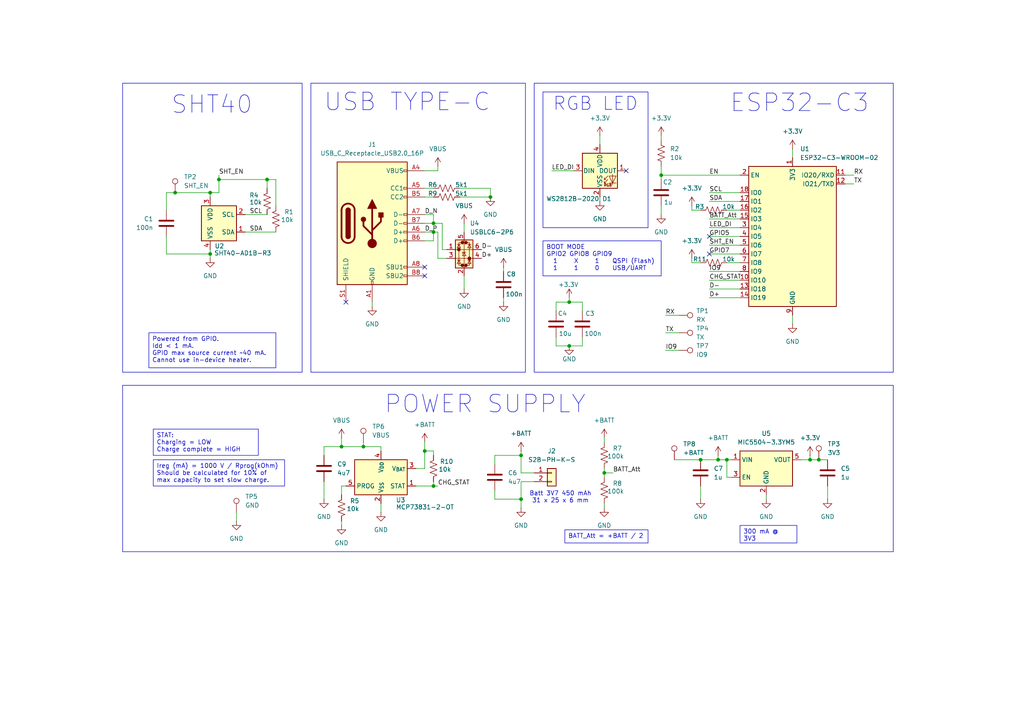
<source format=kicad_sch>
(kicad_sch (version 20231120) (generator "eeschema") (generator_version "8.0")
  (paper "A4")
  (lib_symbols
    (symbol "Battery_Management:MCP73831-2-OT"
      (property "Reference" "U" (at -7.62 6.35 0))
      (property "Value" "MCP73831-2-OT" (at 1.27 6.35 0))
      (symbol "MCP73831-2-OT_0_1"
        (rectangle (start -7.62 5.08) (end 7.62 -5.08) (stroke (width 0.254)) (fill (type background)))
      )
      (symbol "MCP73831-2-OT_1_1"
        (pin tri_state line (at 10.16 -2.54 180) (length 2.54) (name "STAT") (number "1"))
        (pin power_in line (at 0 -7.62 90) (length 2.54) (name "V_{SS}") (number "2"))
        (pin power_out line (at 10.16 2.54 180) (length 2.54) (name "V_{BAT}") (number "3"))
        (pin power_in line (at 0 7.62 270) (length 2.54) (name "V_{DD}") (number "4"))
        (pin input line (at -10.16 -2.54 0) (length 2.54) (name "PROG") (number "5"))
      )
    )
    (symbol "Connector:TestPoint" (pin_numbers hide) (pin_names (offset 0.762) hide)
      (property "Reference" "TP" (at 0 6.858 0))
      (property "Value" "TestPoint" (at 0 5.08 0))
      (symbol "TestPoint_0_1"
        (circle (center 0 3.302) (radius 0.762))
      )
      (symbol "TestPoint_1_1"
        (pin passive line (at 0 0 90) (length 2.54) (name "1") (number "1"))
      )
    )
    (symbol "Connector:USB_C_Receptacle_USB2.0_16P" (pin_names (offset 1.016))
      (property "Reference" "J" (at 0 22.225 0))
      (property "Value" "USB_C_Receptacle_USB2.0_16P" (at 0 19.685 0))
      (symbol "USB_C_Receptacle_USB2.0_16P_0_0"
        (rectangle (start -0.254 -17.78) (end 0.254 -16.764))
        (rectangle (start 10.16 -14.986) (end 9.144 -15.494))
        (rectangle (start 10.16 -12.446) (end 9.144 -12.954))
        (rectangle (start 10.16 -4.826) (end 9.144 -5.334))
        (rectangle (start 10.16 -2.286) (end 9.144 -2.794))
        (rectangle (start 10.16 0.254) (end 9.144 -0.254))
        (rectangle (start 10.16 2.794) (end 9.144 2.286))
        (rectangle (start 10.16 7.874) (end 9.144 7.366))
        (rectangle (start 10.16 10.414) (end 9.144 9.906))
        (rectangle (start 10.16 15.494) (end 9.144 14.986))
      )
      (symbol "USB_C_Receptacle_USB2.0_16P_0_1"
        (rectangle (start -10.16 17.78) (end 10.16 -17.78) (stroke (width 0.254)) (fill (type background)))
        (arc (start -8.89 -3.81) (mid -6.985 -5.7067) (end -5.08 -3.81) (stroke (width 0.508)))
        (arc (start -7.62 -3.81) (mid -6.985 -4.4423) (end -6.35 -3.81) (stroke (width 0.254)))
        (arc (start -7.62 -3.81) (mid -6.985 -4.4423) (end -6.35 -3.81) (stroke (width 0.254)) (fill (type outline)))
        (rectangle (start -7.62 -3.81) (end -6.35 3.81) (stroke (width 0.254)) (fill (type outline)))
        (arc (start -6.35 3.81) (mid -6.985 4.4423) (end -7.62 3.81) (stroke (width 0.254)))
        (arc (start -6.35 3.81) (mid -6.985 4.4423) (end -7.62 3.81) (stroke (width 0.254)) (fill (type outline)))
        (arc (start -5.08 3.81) (mid -6.985 5.7067) (end -8.89 3.81) (stroke (width 0.508)))
        (circle (center -2.54 1.143) (radius 0.635) (stroke (width 0.254)) (fill (type outline)))
        (circle (center 0 -5.842) (radius 1.27) (fill (type outline)))
        (polyline (pts (xy -8.89 -3.81) (xy -8.89 3.81)) (stroke (width 0.508)))
        (polyline (pts (xy -5.08 3.81) (xy -5.08 -3.81)) (stroke (width 0.508)))
        (polyline (pts (xy 0 -5.842) (xy 0 4.318)) (stroke (width 0.508)))
        (polyline (pts (xy 0 -3.302) (xy -2.54 -0.762) (xy -2.54 0.508)) (stroke (width 0.508)))
        (polyline (pts (xy 0 -2.032) (xy 2.54 0.508) (xy 2.54 1.778)) (stroke (width 0.508)))
        (polyline (pts (xy -1.27 4.318) (xy 0 6.858) (xy 1.27 4.318) (xy -1.27 4.318)) (stroke (width 0.254)) (fill (type outline)))
        (rectangle (start 1.905 1.778) (end 3.175 3.048) (stroke (width 0.254)) (fill (type outline)))
      )
      (symbol "USB_C_Receptacle_USB2.0_16P_1_1"
        (pin passive line (at 0 -22.86 90) (length 5.08) (name "GND") (number "A1"))
        (pin passive line (at 0 -22.86 90) (length 5.08) hide (name "GND") (number "A12"))
        (pin passive line (at 15.24 15.24 180) (length 5.08) (name "VBUS") (number "A4"))
        (pin bidirectional line (at 15.24 10.16 180) (length 5.08) (name "CC1") (number "A5"))
        (pin bidirectional line (at 15.24 -2.54 180) (length 5.08) (name "D+") (number "A6"))
        (pin bidirectional line (at 15.24 2.54 180) (length 5.08) (name "D-") (number "A7"))
        (pin bidirectional line (at 15.24 -12.7 180) (length 5.08) (name "SBU1") (number "A8"))
        (pin passive line (at 15.24 15.24 180) (length 5.08) hide (name "VBUS") (number "A9"))
        (pin passive line (at 0 -22.86 90) (length 5.08) hide (name "GND") (number "B1"))
        (pin passive line (at 0 -22.86 90) (length 5.08) hide (name "GND") (number "B12"))
        (pin passive line (at 15.24 15.24 180) (length 5.08) hide (name "VBUS") (number "B4"))
        (pin bidirectional line (at 15.24 7.62 180) (length 5.08) (name "CC2") (number "B5"))
        (pin bidirectional line (at 15.24 -5.08 180) (length 5.08) (name "D+") (number "B6"))
        (pin bidirectional line (at 15.24 0 180) (length 5.08) (name "D-") (number "B7"))
        (pin bidirectional line (at 15.24 -15.24 180) (length 5.08) (name "SBU2") (number "B8"))
        (pin passive line (at 15.24 15.24 180) (length 5.08) hide (name "VBUS") (number "B9"))
        (pin passive line (at -7.62 -22.86 90) (length 5.08) (name "SHIELD") (number "S1"))
      )
    )
    (symbol "Connector_Generic:Conn_01x02" (pin_names (offset 1.016) hide)
      (property "Reference" "J" (at 0 2.54 0))
      (property "Value" "Conn_01x02" (at 0 -5.08 0))
      (symbol "Conn_01x02_1_1"
        (rectangle (start -1.27 -2.413) (end 0 -2.667) (stroke (width 0.1524)))
        (rectangle (start -1.27 0.127) (end 0 -0.127) (stroke (width 0.1524)))
        (rectangle (start -1.27 1.27) (end 1.27 -3.81) (stroke (width 0.254)) (fill (type background)))
        (pin passive line (at -5.08 0 0) (length 3.81) (name "Pin_1") (number "1"))
        (pin passive line (at -5.08 -2.54 0) (length 3.81) (name "Pin_2") (number "2"))
      )
    )
    (symbol "Device:C" (pin_numbers hide) (pin_names (offset 0.254))
      (property "Reference" "C" (at 0.635 2.54 0))
      (property "Value" "C" (at 0.635 -2.54 0))
      (symbol "C_0_1"
        (polyline (pts (xy -2.032 -0.762) (xy 2.032 -0.762)) (stroke (width 0.508)))
        (polyline (pts (xy -2.032 0.762) (xy 2.032 0.762)) (stroke (width 0.508)))
      )
      (symbol "C_1_1"
        (pin passive line (at 0 3.81 270) (length 2.794) (name "~") (number "1"))
        (pin passive line (at 0 -3.81 90) (length 2.794) (name "~") (number "2"))
      )
    )
    (symbol "Device:R_US" (pin_numbers hide) (pin_names (offset 0))
      (property "Reference" "R" (at 2.54 0 90))
      (property "Value" "R_US" (at -2.54 0 90))
      (symbol "R_US_0_1"
        (polyline (pts (xy 0 -2.286) (xy 0 -2.54)))
        (polyline (pts (xy 0 2.286) (xy 0 2.54)))
        (polyline (pts (xy 0 -0.762) (xy 1.016 -1.143) (xy 0 -1.524) (xy -1.016 -1.905) (xy 0 -2.286)))
        (polyline (pts (xy 0 0.762) (xy 1.016 0.381) (xy 0 0) (xy -1.016 -0.381) (xy 0 -0.762)))
        (polyline (pts (xy 0 2.286) (xy 1.016 1.905) (xy 0 1.524) (xy -1.016 1.143) (xy 0 0.762)))
      )
      (symbol "R_US_1_1"
        (pin passive line (at 0 3.81 270) (length 1.27) (name "~") (number "1"))
        (pin passive line (at 0 -3.81 90) (length 1.27) (name "~") (number "2"))
      )
    )
    (symbol "LED:WS2812B-2020" (pin_names (offset 0.254))
      (property "Reference" "D" (at 5.08 5.715 0))
      (property "Value" "WS2812B-2020" (at 1.27 -5.715 0))
      (symbol "WS2812B-2020_0_0"
        (text "RGB" (at 2.286 -4.191 0) (effects (font (size 0.762 0.762))))
      )
      (symbol "WS2812B-2020_0_1"
        (polyline (pts (xy 1.27 -3.556) (xy 1.778 -3.556)))
        (polyline (pts (xy 1.27 -2.54) (xy 1.778 -2.54)))
        (polyline (pts (xy 4.699 -3.556) (xy 2.667 -3.556)))
        (polyline (pts (xy 2.286 -2.54) (xy 1.27 -3.556) (xy 1.27 -3.048)))
        (polyline (pts (xy 2.286 -1.524) (xy 1.27 -2.54) (xy 1.27 -2.032)))
        (polyline (pts (xy 3.683 -1.016) (xy 3.683 -3.556) (xy 3.683 -4.064)))
        (polyline (pts (xy 4.699 -1.524) (xy 2.667 -1.524) (xy 3.683 -3.556) (xy 4.699 -1.524)))
        (rectangle (start 5.08 5.08) (end -5.08 -5.08) (stroke (width 0.254)) (fill (type background)))
      )
      (symbol "WS2812B-2020_1_1"
        (pin output line (at 7.62 0 180) (length 2.54) (name "DOUT") (number "1"))
        (pin power_in line (at 0 -7.62 90) (length 2.54) (name "VSS") (number "2"))
        (pin input line (at -7.62 0 0) (length 2.54) (name "DIN") (number "3"))
        (pin power_in line (at 0 7.62 270) (length 2.54) (name "VDD") (number "4"))
      )
    )
    (symbol "Power_Protection:USBLC6-2P6" (pin_names hide)
      (property "Reference" "U" (at 0.635 5.715 0))
      (property "Value" "USBLC6-2P6" (at 0.635 3.81 0))
      (symbol "USBLC6-2P6_0_0"
        (circle (center -1.524 0) (radius 0.0001) (stroke (width 0.508)))
        (circle (center -0.508 -4.572) (radius 0.0001) (stroke (width 0.508)))
        (circle (center -0.508 2.032) (radius 0.0001) (stroke (width 0.508)))
        (circle (center 0.508 -4.572) (radius 0.0001) (stroke (width 0.508)))
        (circle (center 0.508 2.032) (radius 0.0001) (stroke (width 0.508)))
        (circle (center 1.524 -2.54) (radius 0.0001) (stroke (width 0.508)))
      )
      (symbol "USBLC6-2P6_0_1"
        (polyline (pts (xy -2.54 -2.54) (xy 2.54 -2.54)))
        (polyline (pts (xy -2.54 0) (xy 2.54 0)))
        (polyline (pts (xy -2.032 -3.048) (xy -1.016 -3.048)))
        (polyline (pts (xy -1.016 1.524) (xy -2.032 1.524)))
        (polyline (pts (xy 1.016 -3.048) (xy 2.032 -3.048)))
        (polyline (pts (xy 1.016 1.524) (xy 2.032 1.524)))
        (polyline (pts (xy -0.508 -1.143) (xy -0.508 -0.762) (xy 0.508 -0.762)))
        (polyline (pts (xy -2.032 0.508) (xy -1.016 0.508) (xy -1.524 1.524) (xy -2.032 0.508)))
        (polyline (pts (xy -1.016 -4.064) (xy -2.032 -4.064) (xy -1.524 -3.048) (xy -1.016 -4.064)))
        (polyline (pts (xy 0.508 -1.778) (xy -0.508 -1.778) (xy 0 -0.762) (xy 0.508 -1.778)))
        (polyline (pts (xy 2.032 -4.064) (xy 1.016 -4.064) (xy 1.524 -3.048) (xy 2.032 -4.064)))
        (polyline (pts (xy 2.032 0.508) (xy 1.016 0.508) (xy 1.524 1.524) (xy 2.032 0.508)))
        (polyline (pts (xy 0 2.54) (xy -0.508 2.032) (xy 0.508 2.032) (xy 0 1.524) (xy 0 -4.064) (xy -0.508 -4.572) (xy 0.508 -4.572) (xy 0 -5.08)))
      )
      (symbol "USBLC6-2P6_1_1"
        (rectangle (start -2.54 2.794) (end 2.54 -5.334) (stroke (width 0.254)) (fill (type background)))
        (polyline (pts (xy -0.508 2.032) (xy -1.524 2.032) (xy -1.524 -4.572) (xy -0.508 -4.572)))
        (polyline (pts (xy 0.508 -4.572) (xy 1.524 -4.572) (xy 1.524 2.032) (xy 0.508 2.032)))
        (pin passive line (at -5.08 0 0) (length 2.54) (name "I/O1") (number "1"))
        (pin passive line (at 0 -7.62 90) (length 2.54) (name "GND") (number "2"))
        (pin passive line (at -5.08 -2.54 0) (length 2.54) (name "I/O2") (number "3"))
        (pin passive line (at 5.08 -2.54 180) (length 2.54) (name "I/O2") (number "4"))
        (pin passive line (at 0 5.08 270) (length 2.54) (name "VBUS") (number "5"))
        (pin passive line (at 5.08 0 180) (length 2.54) (name "I/O1") (number "6"))
      )
    )
    (symbol "RF_Module:ESP32-C3-WROOM-02"
      (property "Reference" "U" (at -12.192 21.336 0))
      (property "Value" "ESP32-C3-WROOM-02" (at 12.192 21.336 0))
      (symbol "ESP32-C3-WROOM-02_1_1"
        (rectangle (start -12.7 20.32) (end 12.7 -20.32) (stroke (width 0.254)) (fill (type background)))
        (pin power_in line (at 0 22.86 270) (length 2.54) (name "3V3") (number "1"))
        (pin bidirectional line (at -15.24 -12.7 0) (length 2.54) (name "IO10") (number "10"))
        (pin bidirectional line (at 15.24 17.78 180) (length 2.54) (name "IO20/RXD") (number "11"))
        (pin bidirectional line (at 15.24 15.24 180) (length 2.54) (name "IO21/TXD") (number "12"))
        (pin bidirectional line (at -15.24 -15.24 0) (length 2.54) (name "IO18") (number "13"))
        (pin bidirectional line (at -15.24 -17.78 0) (length 2.54) (name "IO19") (number "14"))
        (pin bidirectional line (at -15.24 5.08 0) (length 2.54) (name "IO3") (number "15"))
        (pin bidirectional line (at -15.24 7.62 0) (length 2.54) (name "IO2") (number "16"))
        (pin bidirectional line (at -15.24 10.16 0) (length 2.54) (name "IO1") (number "17"))
        (pin bidirectional line (at -15.24 12.7 0) (length 2.54) (name "IO0") (number "18"))
        (pin passive line (at 0 -22.86 90) (length 2.54) hide (name "GND") (number "19"))
        (pin input line (at -15.24 17.78 0) (length 2.54) (name "EN") (number "2"))
        (pin bidirectional line (at -15.24 2.54 0) (length 2.54) (name "IO4") (number "3"))
        (pin bidirectional line (at -15.24 0 0) (length 2.54) (name "IO5") (number "4"))
        (pin bidirectional line (at -15.24 -2.54 0) (length 2.54) (name "IO6") (number "5"))
        (pin bidirectional line (at -15.24 -5.08 0) (length 2.54) (name "IO7") (number "6"))
        (pin bidirectional line (at -15.24 -7.62 0) (length 2.54) (name "IO8") (number "7"))
        (pin bidirectional line (at -15.24 -10.16 0) (length 2.54) (name "IO9") (number "8"))
        (pin power_in line (at 0 -22.86 90) (length 2.54) (name "GND") (number "9"))
      )
    )
    (symbol "Regulator_Linear:MIC5504-3.3YM5"
      (property "Reference" "U" (at -7.62 8.89 0))
      (property "Value" "MIC5504-3.3YM5" (at -7.62 6.35 0))
      (symbol "MIC5504-3.3YM5_0_1"
        (rectangle (start -7.62 -5.08) (end 7.62 5.08) (stroke (width 0.254)) (fill (type background)))
      )
      (symbol "MIC5504-3.3YM5_1_1"
        (pin power_in line (at -10.16 2.54 0) (length 2.54) (name "VIN") (number "1"))
        (pin power_in line (at 0 -7.62 90) (length 2.54) (name "GND") (number "2"))
        (pin input line (at -10.16 -2.54 0) (length 2.54) (name "EN") (number "3"))
        (pin no_connect line (at 7.62 -2.54 180) (length 2.54) hide (name "NC") (number "4"))
        (pin power_out line (at 10.16 2.54 180) (length 2.54) (name "VOUT") (number "5"))
      )
    )
    (symbol "Sensor_Humidity:SHT4x"
      (property "Reference" "U" (at 0 8.89 0))
      (property "Value" "SHT4x" (at 0 6.35 0))
      (symbol "SHT4x_1_1"
        (rectangle (start -5.08 5.08) (end 5.08 -5.08) (stroke (width 0.254)) (fill (type background)))
        (pin bidirectional line (at -7.62 -2.54 0) (length 2.54) (name "SDA") (number "1"))
        (pin input line (at -7.62 2.54 0) (length 2.54) (name "SCL") (number "2"))
        (pin power_in line (at 2.54 7.62 270) (length 2.54) (name "VDD") (number "3"))
        (pin power_in line (at 2.54 -7.62 90) (length 2.54) (name "VSS") (number "4"))
      )
    )
    (symbol "power:+3.3V" (power) (pin_numbers hide) (pin_names (offset 0) hide)
      (property "Value" "+3.3V" (at 0 3.556 0))
      (symbol "+3.3V_0_1"
        (polyline (pts (xy -0.762 1.27) (xy 0 2.54)))
        (polyline (pts (xy 0 0) (xy 0 2.54)))
        (polyline (pts (xy 0 2.54) (xy 0.762 1.27)))
      )
      (symbol "+3.3V_1_1"
        (pin power_in line (at 0 0 90) (length 0) (name "~") (number "1"))
      )
    )
    (symbol "power:+BATT" (power) (pin_numbers hide) (pin_names (offset 0) hide)
      (property "Value" "+BATT" (at 0 3.556 0))
      (symbol "+BATT_0_1"
        (polyline (pts (xy -0.762 1.27) (xy 0 2.54)))
        (polyline (pts (xy 0 0) (xy 0 2.54)))
        (polyline (pts (xy 0 2.54) (xy 0.762 1.27)))
      )
      (symbol "+BATT_1_1"
        (pin power_in line (at 0 0 90) (length 0) (name "~") (number "1"))
      )
    )
    (symbol "power:GND" (power) (pin_numbers hide) (pin_names (offset 0) hide)
      (property "Value" "GND" (at 0 -3.81 0))
      (symbol "GND_0_1"
        (polyline (pts (xy 0 0) (xy 0 -1.27) (xy 1.27 -1.27) (xy 0 -2.54) (xy -1.27 -1.27) (xy 0 -1.27)))
      )
      (symbol "GND_1_1"
        (pin power_in line (at 0 0 270) (length 0) (name "~") (number "1"))
      )
    )
    (symbol "power:VBUS" (power) (pin_numbers hide) (pin_names (offset 0) hide)
      (property "Value" "VBUS" (at 0 3.556 0))
      (symbol "VBUS_0_1"
        (polyline (pts (xy -0.762 1.27) (xy 0 2.54)))
        (polyline (pts (xy 0 0) (xy 0 2.54)))
        (polyline (pts (xy 0 2.54) (xy 0.762 1.27)))
      )
      (symbol "VBUS_1_1"
        (pin power_in line (at 0 0 90) (length 0) (name "~") (number "1"))
      )
    )
  )
  (junction (at 208.28 133.35))
  (junction (at 60.96 55.88))
  (junction (at 191.77 50.8))
  (junction (at 151.13 132.08))
  (junction (at 123.19 130.81))
  (junction (at 203.2 133.35))
  (junction (at 99.06 129.54))
  (junction (at 125.73 140.97))
  (junction (at 60.96 73.66))
  (junction (at 165.1 87.63))
  (junction (at 63.5 52.07))
  (junction (at 125.73 64.77))
  (junction (at 151.13 144.78))
  (junction (at 105.41 129.54))
  (junction (at 234.95 133.35))
  (junction (at 237.49 133.35))
  (junction (at 142.24 57.15))
  (junction (at 165.1 100.33))
  (junction (at 77.47 52.07))
  (junction (at 50.8 55.88))
  (junction (at 125.73 67.31))
  (junction (at 175.26 137.16))
  (junction (at 210.82 133.35))
  (no_connect (at 123.19 77.47))
  (no_connect (at 100.33 87.63))
  (no_connect (at 123.19 80.01))
  (no_connect (at 181.61 49.53))
  (no_connect (at 205.74 68.58))
  (no_connect (at 205.74 73.66))
  (wire (pts (xy 191.77 39.37) (xy 191.77 40.64)))
  (wire (pts (xy 123.19 64.77) (xy 125.73 64.77)))
  (wire (pts (xy 80.01 52.07) (xy 77.47 52.07)))
  (wire (pts (xy 99.06 129.54) (xy 105.41 129.54)))
  (wire (pts (xy 175.26 137.16) (xy 175.26 138.43)))
  (wire (pts (xy 134.62 83.82) (xy 134.62 80.01)))
  (wire (pts (xy 205.74 73.66) (xy 214.63 73.66)))
  (wire (pts (xy 105.41 129.54) (xy 110.49 129.54)))
  (wire (pts (xy 173.99 39.37) (xy 173.99 41.91)))
  (wire (pts (xy 110.49 129.54) (xy 110.49 130.81)))
  (wire (pts (xy 193.04 96.52) (xy 196.85 96.52)))
  (wire (pts (xy 99.06 129.54) (xy 93.98 129.54)))
  (wire (pts (xy 146.05 87.63) (xy 146.05 86.36)))
  (wire (pts (xy 63.5 55.88) (xy 60.96 55.88)))
  (wire (pts (xy 123.19 67.31) (xy 125.73 67.31)))
  (wire (pts (xy 212.09 133.35) (xy 210.82 133.35)))
  (wire (pts (xy 165.1 87.63) (xy 168.91 87.63)))
  (wire (pts (xy 63.5 50.8) (xy 63.5 52.07)))
  (wire (pts (xy 133.35 57.15) (xy 142.24 57.15)))
  (wire (pts (xy 146.05 77.47) (xy 146.05 78.74)))
  (wire (pts (xy 210.82 133.35) (xy 208.28 133.35)))
  (wire (pts (xy 208.28 133.35) (xy 203.2 133.35)))
  (wire (pts (xy 99.06 152.4) (xy 99.06 151.13)))
  (wire (pts (xy 125.73 54.61) (xy 123.19 54.61)))
  (wire (pts (xy 205.74 86.36) (xy 214.63 86.36)))
  (wire (pts (xy 125.73 57.15) (xy 123.19 57.15)))
  (wire (pts (xy 222.25 144.78) (xy 222.25 143.51)))
  (wire (pts (xy 205.74 66.04) (xy 214.63 66.04)))
  (wire (pts (xy 237.49 133.35) (xy 240.03 133.35)))
  (wire (pts (xy 191.77 48.26) (xy 191.77 50.8)))
  (wire (pts (xy 63.5 52.07) (xy 77.47 52.07)))
  (wire (pts (xy 175.26 137.16) (xy 177.8 137.16)))
  (wire (pts (xy 210.82 138.43) (xy 210.82 133.35)))
  (wire (pts (xy 151.13 144.78) (xy 151.13 139.7)))
  (wire (pts (xy 165.1 100.33) (xy 168.91 100.33)))
  (wire (pts (xy 200.66 59.69) (xy 200.66 60.96)))
  (wire (pts (xy 60.96 73.66) (xy 60.96 72.39)))
  (wire (pts (xy 48.26 60.96) (xy 48.26 55.88)))
  (wire (pts (xy 203.2 144.78) (xy 203.2 140.97)))
  (wire (pts (xy 229.87 43.18) (xy 229.87 45.72)))
  (wire (pts (xy 191.77 62.23) (xy 191.77 59.69)))
  (wire (pts (xy 247.65 53.34) (xy 245.11 53.34)))
  (wire (pts (xy 200.66 60.96) (xy 203.2 60.96)))
  (wire (pts (xy 205.74 78.74) (xy 214.63 78.74)))
  (wire (pts (xy 143.51 144.78) (xy 151.13 144.78)))
  (wire (pts (xy 175.26 135.89) (xy 175.26 137.16)))
  (wire (pts (xy 68.58 148.59) (xy 68.58 151.13)))
  (wire (pts (xy 127 49.53) (xy 123.19 49.53)))
  (wire (pts (xy 133.35 54.61) (xy 142.24 54.61)))
  (wire (pts (xy 123.19 69.85) (xy 125.73 69.85)))
  (wire (pts (xy 125.73 132.08) (xy 125.73 130.81)))
  (wire (pts (xy 168.91 87.63) (xy 168.91 90.17)))
  (wire (pts (xy 125.73 62.23) (xy 123.19 62.23)))
  (wire (pts (xy 125.73 140.97) (xy 127 140.97)))
  (wire (pts (xy 205.74 55.88) (xy 214.63 55.88)))
  (wire (pts (xy 125.73 140.97) (xy 125.73 139.7)))
  (wire (pts (xy 60.96 73.66) (xy 48.26 73.66)))
  (wire (pts (xy 143.51 132.08) (xy 151.13 132.08)))
  (wire (pts (xy 229.87 93.98) (xy 229.87 91.44)))
  (wire (pts (xy 175.26 146.05) (xy 175.26 147.32)))
  (wire (pts (xy 205.74 63.5) (xy 214.63 63.5)))
  (wire (pts (xy 143.51 142.24) (xy 143.51 144.78)))
  (wire (pts (xy 208.28 132.08) (xy 208.28 133.35)))
  (wire (pts (xy 60.96 74.93) (xy 60.96 73.66)))
  (wire (pts (xy 210.82 76.2) (xy 214.63 76.2)))
  (wire (pts (xy 99.06 127) (xy 99.06 129.54)))
  (wire (pts (xy 205.74 68.58) (xy 214.63 68.58)))
  (wire (pts (xy 210.82 60.96) (xy 214.63 60.96)))
  (wire (pts (xy 48.26 73.66) (xy 48.26 68.58)))
  (wire (pts (xy 60.96 55.88) (xy 60.96 57.15)))
  (wire (pts (xy 193.04 101.6) (xy 196.85 101.6)))
  (wire (pts (xy 212.09 138.43) (xy 210.82 138.43)))
  (wire (pts (xy 232.41 133.35) (xy 234.95 133.35)))
  (wire (pts (xy 195.58 133.35) (xy 203.2 133.35)))
  (wire (pts (xy 110.49 148.59) (xy 110.49 146.05)))
  (wire (pts (xy 129.54 72.39) (xy 128.27 72.39)))
  (wire (pts (xy 71.12 67.31) (xy 80.01 67.31)))
  (wire (pts (xy 193.04 91.44) (xy 196.85 91.44)))
  (wire (pts (xy 205.74 81.28) (xy 214.63 81.28)))
  (wire (pts (xy 93.98 139.7) (xy 93.98 144.78)))
  (wire (pts (xy 151.13 130.81) (xy 151.13 132.08)))
  (wire (pts (xy 63.5 52.07) (xy 63.5 55.88)))
  (wire (pts (xy 165.1 100.33) (xy 161.29 100.33)))
  (wire (pts (xy 205.74 83.82) (xy 214.63 83.82)))
  (wire (pts (xy 99.06 140.97) (xy 99.06 143.51)))
  (wire (pts (xy 123.19 135.89) (xy 120.65 135.89)))
  (wire (pts (xy 143.51 134.62) (xy 143.51 132.08)))
  (wire (pts (xy 234.95 132.08) (xy 234.95 133.35)))
  (wire (pts (xy 71.12 62.23) (xy 77.47 62.23)))
  (wire (pts (xy 107.95 88.9) (xy 107.95 87.63)))
  (wire (pts (xy 205.74 58.42) (xy 214.63 58.42)))
  (wire (pts (xy 160.02 49.53) (xy 166.37 49.53)))
  (wire (pts (xy 161.29 87.63) (xy 165.1 87.63)))
  (wire (pts (xy 120.65 140.97) (xy 125.73 140.97)))
  (wire (pts (xy 151.13 139.7) (xy 154.94 139.7)))
  (wire (pts (xy 125.73 62.23) (xy 125.73 64.77)))
  (wire (pts (xy 125.73 67.31) (xy 125.73 69.85)))
  (wire (pts (xy 200.66 76.2) (xy 203.2 76.2)))
  (wire (pts (xy 173.99 58.42) (xy 173.99 57.15)))
  (wire (pts (xy 125.73 130.81) (xy 123.19 130.81)))
  (wire (pts (xy 77.47 52.07) (xy 77.47 54.61)))
  (wire (pts (xy 161.29 90.17) (xy 161.29 87.63)))
  (wire (pts (xy 142.24 54.61) (xy 142.24 57.15)))
  (wire (pts (xy 123.19 128.27) (xy 123.19 130.81)))
  (wire (pts (xy 234.95 133.35) (xy 237.49 133.35)))
  (wire (pts (xy 191.77 50.8) (xy 191.77 52.07)))
  (wire (pts (xy 151.13 137.16) (xy 154.94 137.16)))
  (wire (pts (xy 191.77 50.8) (xy 214.63 50.8)))
  (wire (pts (xy 151.13 147.32) (xy 151.13 144.78)))
  (wire (pts (xy 50.8 55.88) (xy 60.96 55.88)))
  (wire (pts (xy 151.13 132.08) (xy 151.13 137.16)))
  (wire (pts (xy 129.54 74.93) (xy 127 74.93)))
  (wire (pts (xy 168.91 100.33) (xy 168.91 97.79)))
  (wire (pts (xy 247.65 50.8) (xy 245.11 50.8)))
  (wire (pts (xy 127 67.31) (xy 125.73 67.31)))
  (wire (pts (xy 205.74 71.12) (xy 214.63 71.12)))
  (wire (pts (xy 161.29 100.33) (xy 161.29 97.79)))
  (wire (pts (xy 127 74.93) (xy 127 67.31)))
  (wire (pts (xy 93.98 129.54) (xy 93.98 132.08)))
  (wire (pts (xy 105.41 128.27) (xy 105.41 129.54)))
  (wire (pts (xy 80.01 59.69) (xy 80.01 52.07)))
  (wire (pts (xy 128.27 72.39) (xy 128.27 64.77)))
  (wire (pts (xy 240.03 144.78) (xy 240.03 140.97)))
  (wire (pts (xy 165.1 87.63) (xy 165.1 86.36)))
  (wire (pts (xy 100.33 140.97) (xy 99.06 140.97)))
  (wire (pts (xy 48.26 55.88) (xy 50.8 55.88)))
  (wire (pts (xy 134.62 64.77) (xy 134.62 67.31)))
  (wire (pts (xy 200.66 74.93) (xy 200.66 76.2)))
  (wire (pts (xy 128.27 64.77) (xy 125.73 64.77)))
  (wire (pts (xy 127 48.26) (xy 127 49.53)))
  (wire (pts (xy 175.26 128.27) (xy 175.26 127)))
  (wire (pts (xy 123.19 130.81) (xy 123.19 135.89)))
  (rectangle (start 35.56 24.13) (end 87.63 107.95))
  (rectangle (start 35.56 111.76) (end 259.08 160.02))
  (rectangle (start 154.94 24.13) (end 259.08 107.95))
  (rectangle (start 90.17 24.13) (end 152.4 107.95))
  (rectangle (start 157.48 26.67) (end 187.96 66.04))
  (text_box "Powered from GPIO.\nIdd < 1 mA.\nGPIO max source current ~40 mA.\nCannot use in-device heater." (at 43.18 96.52 0) (size 36.83 10.16) (effects (font (size 1.27 1.27)) (justify left top)))
  (text_box "Ireg (mA) = 1000 V / Rprog(kOhm)\nShould be calculated for 10% of max capacity to set slow charge." (at 44.45 133.35 0) (size 38.1 7.62) (effects (font (size 1.27 1.27)) (justify left top)))
  (text_box "300 mA @ 3V3" (at 214.63 152.4 0) (size 16.51 5.08) (effects (font (size 1.27 1.27)) (justify left top)))
  (text_box "BOOT MODE\nGPIO2 GPIO8 GPIO9\n  1     X     1    QSPI (Flash)\n  1     1     0    USB/UART" (at 157.48 69.85 0) (size 34.29 10.16) (effects (font (size 1.27 1.27)) (justify left top)))
  (text_box "STAT: \nCharging = LOW\nCharge complete = HIGH" (at 44.45 124.46 0) (size 30.48 7.62) (effects (font (size 1.27 1.27)) (justify left top)))
  (text_box "BATT_Att = +BATT / 2" (at 163.83 153.67 0) (size 24.13 3.81) (effects (font (size 1.27 1.27)) (justify left top)))
  (text "SHT40" (at 61.468 30.48 0) (effects (font (size 5.08 5.08))))
  (text "${TITLE}" (at 189.484 190.5 0) (effects (font (size 1.27 1.27))))
  (text "POWER SUPPLY" (at 140.716 117.348 0) (effects (font (size 5.08 5.08))))
  (text "Batt 3V7 450 mAh\n31 x 25 x 6 mm" (at 162.56 144.272 0) (effects (font (size 1.27 1.27))))
  (text "ESP32-C3" (at 231.902 29.972 0) (effects (font (size 5.08 5.08))))
  (text "RGB LED" (at 172.72 30.226 0) (effects (font (size 3.81 3.81))))
  (text "USB TYPE-C" (at 118.11 29.718 0) (effects (font (size 5.08 5.08))))
  (label "CHG_STAT" (at 127 140.97 0))
  (label "SDA" (at 205.74 58.42 0))
  (label "BATT_Att" (at 205.74 63.5 0))
  (label "SDA" (at 72.39 67.31 0))
  (label "D-" (at 139.7 72.39 0))
  (label "SHT_EN" (at 205.74 71.12 0))
  (label "TX" (at 247.65 53.34 0))
  (label "RX" (at 193.04 91.44 0))
  (label "LED_DI" (at 160.02 49.53 0))
  (label "D_P" (at 123.19 67.31 0))
  (label "D+" (at 139.7 74.93 0))
  (label "RX" (at 247.65 50.8 0))
  (label "CHG_STAT" (at 205.74 81.28 0))
  (label "LED_DI" (at 205.74 66.04 0))
  (label "D-" (at 205.74 83.82 0))
  (label "D+" (at 205.74 86.36 0))
  (label "GPIO5" (at 205.74 68.58 0))
  (label "IO9" (at 193.04 101.6 0))
  (label "IO9" (at 205.74 78.74 0))
  (label "D_N" (at 123.19 62.23 0))
  (label "SHT_EN" (at 63.5 50.8 0))
  (label "EN" (at 205.74 50.8 0))
  (label "BATT_Att" (at 177.8 137.16 0))
  (label "SCL" (at 205.74 55.88 0))
  (label "SCL" (at 72.39 62.23 0))
  (label "GPIO7" (at 205.74 73.66 0))
  (label "TX" (at 193.04 96.52 0))
  (symbol (lib_id "power:+BATT") (at 175.26 127 0) (mirror y) (unit 1)
    (property "Reference" "#PWR015" (effects (hide yes)))
    (property "Value" "+BATT" (at 175.26 121.92 0))
    (property "Description" "Power symbol creates a global label with name \"+BATT\"" (effects (hide yes)))
  )
  (symbol (lib_id "power:GND") (at 229.87 93.98 0) (unit 1)
    (property "Reference" "#PWR022" (effects (hide yes)))
    (property "Value" "GND" (at 229.87 99.06 0))
    (property "Description" "Power symbol creates a global label with name \"GND\" , ground" (effects (hide yes)))
  )
  (symbol (lib_id "Device:R_US") (at 207.01 76.2 270) (unit 1)
    (property "Reference" "R11" (at 202.946 75.184 90))
    (property "Value" "10k" (at 211.328 75.184 90))
    (property "Footprint" "Resistor_SMD:R_0402_1005Metric" (effects (hide yes)))
    (property "Description" "Resistor, US symbol" (effects (hide yes)))
  )
  (symbol (lib_id "Connector:TestPoint") (at 105.41 128.27 0) (unit 1)
    (property "Reference" "TP6" (at 107.95 123.6979 0) (effects (justify left)))
    (property "Value" "VBUS" (at 107.95 126.2379 0) (effects (justify left)))
    (property "Footprint" "TestPoint:TestPoint_Pad_D1.0mm" (effects (hide yes)))
    (property "Description" "test point" (effects (hide yes)))
  )
  (symbol (lib_id "Battery_Management:MCP73831-2-OT") (at 110.49 138.43 0) (unit 1)
    (property "Reference" "U3" (at 114.808 145.034 0) (effects (justify left)))
    (property "Value" "MCP73831-2-OT" (at 114.808 147.066 0) (effects (justify left)))
    (property "Footprint" "Package_TO_SOT_SMD:SOT-23-5" (effects (hide yes)))
    (property "Datasheet" "http://ww1.microchip.com/downloads/en/DeviceDoc/20001984g.pdf" (effects (hide yes)))
    (property "Description" "Single cell, Li-Ion/Li-Po charge management controller, 4.20V, Tri-State Status Output, in SOT23-5 package" (effects (hide yes)))
  )
  (symbol (lib_id "Connector_Generic:Conn_01x02") (at 160.02 137.16 0) (unit 1)
    (property "Reference" "J2" (at 160.02 130.81 0))
    (property "Value" "S2B-PH-K-S" (at 160.02 133.35 0))
    (property "Footprint" "Connector_JST:JST_PH_S2B-PH-SM4-TB_1x02-1MP_P2.00mm_Horizontal" (effects (hide yes)))
    (property "Datasheet" "https://www.jst-mfg.com/product/pdf/eng/ePH.pdf" (effects (hide yes)))
    (property "Description" "Generic connector, single row, 01x02, script generated (kicad-library-utils/schlib/autogen/connector/)" (effects (hide yes)))
  )
  (symbol (lib_id "Connector:TestPoint") (at 196.85 91.44 270) (unit 1)
    (property "Reference" "TP1" (at 201.93 90.1699 90) (effects (justify left)))
    (property "Value" "RX" (at 201.93 92.7099 90) (effects (justify left)))
    (property "Footprint" "TestPoint:TestPoint_Pad_D1.0mm" (effects (hide yes)))
    (property "Description" "test point" (effects (hide yes)))
  )
  (symbol (lib_id "power:GND") (at 107.95 88.9 0) (unit 1)
    (property "Reference" "#PWR05" (effects (hide yes)))
    (property "Value" "GND" (at 107.95 93.98 0))
    (property "Description" "Power symbol creates a global label with name \"GND\" , ground" (effects (hide yes)))
  )
  (symbol (lib_id "Connector:TestPoint") (at 196.85 96.52 270) (unit 1)
    (property "Reference" "TP4" (at 201.93 95.2499 90) (effects (justify left)))
    (property "Value" "TX" (at 201.93 97.7899 90) (effects (justify left)))
    (property "Footprint" "TestPoint:TestPoint_Pad_D1.0mm" (effects (hide yes)))
    (property "Description" "test point" (effects (hide yes)))
  )
  (symbol (lib_id "power:GND") (at 134.62 83.82 0) (unit 1)
    (property "Reference" "#PWR033" (effects (hide yes)))
    (property "Value" "GND" (at 134.62 88.9 0))
    (property "Description" "Power symbol creates a global label with name \"GND\" , ground" (effects (hide yes)))
  )
  (symbol (lib_id "Connector:TestPoint") (at 196.85 101.6 270) (unit 1)
    (property "Reference" "TP7" (at 201.93 100.3299 90) (effects (justify left)))
    (property "Value" "IO9" (at 201.93 102.8699 90) (effects (justify left)))
    (property "Footprint" "TestPoint:TestPoint_Pad_D1.0mm" (effects (hide yes)))
    (property "Description" "test point" (effects (hide yes)))
  )
  (symbol (lib_id "power:GND") (at 146.05 87.63 0) (unit 1)
    (property "Reference" "#PWR035" (effects (hide yes)))
    (property "Value" "GND" (at 146.05 92.71 0))
    (property "Description" "Power symbol creates a global label with name \"GND\" , ground" (effects (hide yes)))
  )
  (symbol (lib_id "LED:WS2812B-2020") (at 173.99 49.53 0) (unit 1)
    (property "Reference" "D1" (at 176.022 57.658 0))
    (property "Value" "WS2812B-2020" (at 166.116 57.658 0))
    (property "Footprint" "LED_SMD:LED_WS2812B-2020_PLCC4_2.0x2.0mm" (effects (hide yes)))
    (property "Datasheet" "https://cdn-shop.adafruit.com/product-files/4684/4684_WS2812B-2020_V1.3_EN.pdf" (effects (hide yes)))
    (property "Description" "RGB LED with integrated controller, 2.0 x 2.0 mm, 12 mA" (effects (hide yes)))
  )
  (symbol (lib_id "Connector:TestPoint") (at 68.58 148.59 0) (unit 1)
    (property "Reference" "TP5" (at 71.12 144.0179 0) (effects (justify left)))
    (property "Value" "GND" (at 71.12 146.5579 0) (effects (justify left)))
    (property "Footprint" "TestPoint:TestPoint_Pad_D1.0mm" (effects (hide yes)))
    (property "Description" "test point" (effects (hide yes)))
  )
  (symbol (lib_id "power:+3.3V") (at 191.77 39.37 0) (unit 1)
    (property "Reference" "#PWR026" (effects (hide yes)))
    (property "Value" "+3.3V" (at 191.77 34.29 0))
    (property "Description" "Power symbol creates a global label with name \"+3.3V\"" (effects (hide yes)))
  )
  (symbol (lib_id "Device:C") (at 168.91 93.98 0) (mirror y) (unit 1)
    (property "Reference" "C3" (at 172.466 90.932 0) (effects (justify left)))
    (property "Value" "100n" (at 174.498 96.774 0) (effects (justify left)))
    (property "Footprint" "Capacitor_SMD:C_0402_1005Metric" (effects (hide yes)))
    (property "Description" "Unpolarized capacitor" (effects (hide yes)))
  )
  (symbol (lib_id "RF_Module:ESP32-C3-WROOM-02") (at 229.87 68.58 0) (unit 1)
    (property "Reference" "U1" (at 232.0641 43.18 0) (effects (justify left)))
    (property "Value" "ESP32-C3-WROOM-02" (at 232.0641 45.72 0) (effects (justify left)))
    (property "Footprint" "RF_Module:ESP32-C3-WROOM-02" (effects (hide yes)))
    (property "Datasheet" "https://www.espressif.com/sites/default/files/documentation/esp32-c3-wroom-02_datasheet_en.pdf" (effects (hide yes)))
    (property "Description" "802.11 b/g/n Wi­Fi and Bluetooth 5 module, ESP32­C3 SoC, RISC­V microprocessor, On-board antenna" (effects (hide yes)))
  )
  (symbol (lib_id "power:GND") (at 110.49 148.59 0) (unit 1)
    (property "Reference" "#PWR06" (effects (hide yes)))
    (property "Value" "GND" (at 110.49 153.67 0))
    (property "Description" "Power symbol creates a global label with name \"GND\" , ground" (effects (hide yes)))
  )
  (symbol (lib_id "Device:C") (at 240.03 137.16 0) (unit 1)
    (property "Reference" "C5" (at 243.84 135.8899 0) (effects (justify left)))
    (property "Value" "1u" (at 243.84 138.4299 0) (effects (justify left)))
    (property "Footprint" "Capacitor_SMD:C_0402_1005Metric" (effects (hide yes)))
    (property "Description" "Unpolarized capacitor" (effects (hide yes)))
  )
  (symbol (lib_id "Connector:TestPoint") (at 50.8 55.88 0) (unit 1)
    (property "Reference" "TP2" (at 53.34 51.3079 0) (effects (justify left)))
    (property "Value" "SHT_EN" (at 53.34 53.8479 0) (effects (justify left)))
    (property "Footprint" "TestPoint:TestPoint_Pad_D1.0mm" (effects (hide yes)))
    (property "Description" "test point" (effects (hide yes)))
  )
  (symbol (lib_id "Device:R_US") (at 129.54 57.15 270) (unit 1)
    (property "Reference" "R9" (at 125.476 56.134 90))
    (property "Value" "5k1" (at 133.858 56.134 90))
    (property "Footprint" "Resistor_SMD:R_0402_1005Metric" (effects (hide yes)))
    (property "Description" "Resistor, US symbol" (effects (hide yes)))
  )
  (symbol (lib_id "power:+BATT") (at 151.13 130.81 0) (mirror y) (unit 1)
    (property "Reference" "#PWR010" (effects (hide yes)))
    (property "Value" "+BATT" (at 151.13 125.73 0))
    (property "Description" "Power symbol creates a global label with name \"+BATT\"" (effects (hide yes)))
  )
  (symbol (lib_id "power:GND") (at 93.98 144.78 0) (unit 1)
    (property "Reference" "#PWR03" (effects (hide yes)))
    (property "Value" "GND" (at 93.98 149.86 0))
    (property "Description" "Power symbol creates a global label with name \"GND\" , ground" (effects (hide yes)))
  )
  (symbol (lib_id "power:GND") (at 142.24 57.15 0) (unit 1)
    (property "Reference" "#PWR09" (effects (hide yes)))
    (property "Value" "GND" (at 142.24 62.23 0))
    (property "Description" "Power symbol creates a global label with name \"GND\" , ground" (effects (hide yes)))
  )
  (symbol (lib_id "Device:C") (at 161.29 93.98 0) (unit 1)
    (property "Reference" "C4" (at 161.798 90.932 0) (effects (justify left)))
    (property "Value" "10u" (at 162.052 96.774 0) (effects (justify left)))
    (property "Footprint" "Capacitor_SMD:C_0402_1005Metric" (effects (hide yes)))
    (property "Description" "Unpolarized capacitor" (effects (hide yes)))
  )
  (symbol (lib_id "power:GND") (at 191.77 62.23 0) (unit 1)
    (property "Reference" "#PWR027" (effects (hide yes)))
    (property "Value" "GND" (at 191.77 67.31 0))
    (property "Description" "Power symbol creates a global label with name \"GND\" , ground" (effects (hide yes)))
  )
  (symbol (lib_id "Device:R_US") (at 77.47 58.42 0) (mirror y) (unit 1)
    (property "Reference" "R4" (at 73.66 56.642 0))
    (property "Value" "10k" (at 74.168 58.674 0))
    (property "Footprint" "Resistor_SMD:R_0402_1005Metric" (effects (hide yes)))
    (property "Description" "Resistor, US symbol" (effects (hide yes)))
  )
  (symbol (lib_id "Device:C") (at 146.05 82.55 0) (mirror y) (unit 1)
    (property "Reference" "C8" (at 149.606 79.502 0) (effects (justify left)))
    (property "Value" "100n" (at 151.638 85.344 0) (effects (justify left)))
    (property "Footprint" "Capacitor_SMD:C_0402_1005Metric" (effects (hide yes)))
    (property "Description" "Unpolarized capacitor" (effects (hide yes)))
  )
  (symbol (lib_id "power:GND") (at 60.96 74.93 0) (unit 1)
    (property "Reference" "#PWR01" (effects (hide yes)))
    (property "Value" "GND" (at 60.96 80.01 0))
    (property "Description" "Power symbol creates a global label with name \"GND\" , ground" (effects (hide yes)))
  )
  (symbol (lib_id "power:+3.3V") (at 234.95 132.08 0) (unit 1)
    (property "Reference" "#PWR023" (effects (hide yes)))
    (property "Value" "+3.3V" (at 234.95 127 0))
    (property "Description" "Power symbol creates a global label with name \"+3.3V\"" (effects (hide yes)))
  )
  (symbol (lib_id "power:GND") (at 222.25 144.78 0) (unit 1)
    (property "Reference" "#PWR020" (effects (hide yes)))
    (property "Value" "GND" (at 222.25 149.86 0))
    (property "Description" "Power symbol creates a global label with name \"GND\" , ground" (effects (hide yes)))
  )
  (symbol (lib_id "power:+3.3V") (at 229.87 43.18 0) (unit 1)
    (property "Reference" "#PWR021" (effects (hide yes)))
    (property "Value" "+3.3V" (at 229.87 38.1 0))
    (property "Description" "Power symbol creates a global label with name \"+3.3V\"" (effects (hide yes)))
  )
  (symbol (lib_id "power:+BATT") (at 123.19 128.27 0) (mirror y) (unit 1)
    (property "Reference" "#PWR07" (effects (hide yes)))
    (property "Value" "+BATT" (at 123.19 123.19 0))
    (property "Description" "Power symbol creates a global label with name \"+BATT\"" (effects (hide yes)))
  )
  (symbol (lib_id "Device:C") (at 143.51 138.43 0) (unit 1)
    (property "Reference" "C6" (at 147.32 137.1599 0) (effects (justify left)))
    (property "Value" "4u7" (at 147.32 139.6999 0) (effects (justify left)))
    (property "Footprint" "Capacitor_SMD:C_0402_1005Metric" (effects (hide yes)))
    (property "Description" "Unpolarized capacitor" (effects (hide yes)))
  )
  (symbol (lib_id "Device:C") (at 203.2 137.16 0) (unit 1)
    (property "Reference" "C7" (at 207.01 135.8899 0) (effects (justify left)))
    (property "Value" "1u" (at 207.01 138.4299 0) (effects (justify left)))
    (property "Footprint" "Capacitor_SMD:C_0402_1005Metric" (effects (hide yes)))
    (property "Description" "Unpolarized capacitor" (effects (hide yes)))
  )
  (symbol (lib_id "Sensor_Humidity:SHT4x") (at 63.5 64.77 0) (mirror y) (unit 1)
    (property "Reference" "U2" (at 65.024 71.374 0) (effects (justify left)))
    (property "Value" "SHT40-AD1B-R3" (at 78.74 73.406 0) (effects (justify left)))
    (property "Footprint" "Sensor_Humidity:Sensirion_DFN-4_1.5x1.5mm_P0.8mm_SHT4x_NoCentralPad" (effects (hide yes)))
    (property "Datasheet" "https://sensirion.com/media/documents/33FD6951/624C4357/Datasheet_SHT4x.pdf" (effects (hide yes)))
    (property "Description" "Digital Humidity and Temperature Sensor, +/-1%RH, +/-0.1degC, I2C, 1.08-3.6V, 16bit, DFN-4" (effects (hide yes)))
  )
  (symbol (lib_id "power:GND") (at 68.58 151.13 0) (unit 1)
    (property "Reference" "#PWR031" (effects (hide yes)))
    (property "Value" "GND" (at 68.58 156.21 0))
    (property "Description" "Power symbol creates a global label with name \"GND\" , ground" (effects (hide yes)))
  )
  (symbol (lib_id "Device:R_US") (at 80.01 63.5 0) (mirror y) (unit 1)
    (property "Reference" "R1" (at 83.82 61.468 0))
    (property "Value" "10k" (at 83.312 63.754 0))
    (property "Footprint" "Resistor_SMD:R_0402_1005Metric" (effects (hide yes)))
    (property "Description" "Resistor, US symbol" (effects (hide yes)))
  )
  (symbol (lib_id "power:VBUS") (at 99.06 127 0) (unit 1)
    (property "Reference" "#PWR02" (effects (hide yes)))
    (property "Value" "VBUS" (at 99.06 121.92 0))
    (property "Description" "Power symbol creates a global label with name \"VBUS\"" (effects (hide yes)))
  )
  (symbol (lib_id "Device:C") (at 191.77 55.88 0) (unit 1)
    (property "Reference" "C2" (at 192.278 52.832 0) (effects (justify left)))
    (property "Value" "1u" (at 192.532 58.674 0) (effects (justify left)))
    (property "Footprint" "Capacitor_SMD:C_0402_1005Metric" (effects (hide yes)))
    (property "Description" "Unpolarized capacitor" (effects (hide yes)))
  )
  (symbol (lib_id "Regulator_Linear:MIC5504-3.3YM5") (at 222.25 135.89 0) (unit 1)
    (property "Reference" "U5" (at 222.25 125.73 0))
    (property "Value" "MIC5504-3.3YM5" (at 222.25 128.27 0))
    (property "Footprint" "Package_TO_SOT_SMD:SOT-23-5" (effects (hide yes)))
    (property "Datasheet" "http://ww1.microchip.com/downloads/en/DeviceDoc/MIC550X.pdf" (effects (hide yes)))
    (property "Description" "300mA Low-dropout Voltage Regulator, Vout 3.3V, Vin up to 5.5V, SOT-23" (effects (hide yes)))
  )
  (symbol (lib_id "Device:R_US") (at 191.77 44.45 0) (unit 1)
    (property "Reference" "R2" (at 194.31 43.1799 0) (effects (justify left)))
    (property "Value" "10k" (at 194.31 45.7199 0) (effects (justify left)))
    (property "Footprint" "Resistor_SMD:R_0402_1005Metric" (effects (hide yes)))
    (property "Description" "Resistor, US symbol" (effects (hide yes)))
  )
  (symbol (lib_id "Device:R_US") (at 175.26 142.24 0) (mirror y) (unit 1)
    (property "Reference" "R8" (at 179.07 140.208 0))
    (property "Value" "100k" (at 178.562 142.494 0))
    (property "Footprint" "Resistor_SMD:R_0402_1005Metric" (effects (hide yes)))
    (property "Description" "Resistor, US symbol" (effects (hide yes)))
  )
  (symbol (lib_id "power:GND") (at 175.26 147.32 0) (unit 1)
    (property "Reference" "#PWR028" (effects (hide yes)))
    (property "Value" "GND" (at 175.26 152.4 0))
    (property "Description" "Power symbol creates a global label with name \"GND\" , ground" (effects (hide yes)))
  )
  (symbol (lib_id "power:VBUS") (at 134.62 64.77 0) (unit 1)
    (property "Reference" "#PWR032" (effects (hide yes)))
    (property "Value" "VBUS" (at 134.62 59.69 0))
    (property "Description" "Power symbol creates a global label with name \"VBUS\"" (effects (hide yes)))
  )
  (symbol (lib_id "power:GND") (at 203.2 144.78 0) (unit 1)
    (property "Reference" "#PWR018" (effects (hide yes)))
    (property "Value" "GND" (at 203.2 149.86 0))
    (property "Description" "Power symbol creates a global label with name \"GND\" , ground" (effects (hide yes)))
  )
  (symbol (lib_id "Connector:USB_C_Receptacle_USB2.0_16P") (at 107.95 64.77 0) (unit 1)
    (property "Reference" "J1" (at 107.95 41.91 0))
    (property "Value" "USB_C_Receptacle_USB2.0_16P" (at 107.95 44.45 0))
    (property "Footprint" "Connector_USB:USB_C_Receptacle_GCT_USB4110" (effects (hide yes)))
    (property "Datasheet" "https://www.usb.org/sites/default/files/documents/usb_type-c.zip" (effects (hide yes)))
    (property "Description" "USB 2.0-only 16P Type-C Receptacle connector" (effects (hide yes)))
  )
  (symbol (lib_id "Connector:TestPoint") (at 237.49 133.35 0) (unit 1)
    (property "Reference" "TP3" (at 240.03 128.7779 0) (effects (justify left)))
    (property "Value" "3V3" (at 240.03 131.3179 0) (effects (justify left)))
    (property "Footprint" "TestPoint:TestPoint_Pad_D1.0mm" (effects (hide yes)))
    (property "Description" "test point" (effects (hide yes)))
  )
  (symbol (lib_id "Device:R_US") (at 99.06 147.32 0) (mirror y) (unit 1)
    (property "Reference" "R5" (at 102.87 145.288 0))
    (property "Value" "10k" (at 102.362 147.574 0))
    (property "Footprint" "Resistor_SMD:R_0402_1005Metric" (effects (hide yes)))
    (property "Description" "Resistor, US symbol" (effects (hide yes)))
  )
  (symbol (lib_id "power:+3.3V") (at 200.66 59.69 0) (unit 1)
    (property "Reference" "#PWR016" (effects (hide yes)))
    (property "Value" "+3.3V" (at 200.66 54.61 0))
    (property "Description" "Power symbol creates a global label with name \"+3.3V\"" (effects (hide yes)))
  )
  (symbol (lib_id "power:GND") (at 99.06 152.4 0) (unit 1)
    (property "Reference" "#PWR04" (effects (hide yes)))
    (property "Value" "GND" (at 99.06 157.48 0))
    (property "Description" "Power symbol creates a global label with name \"GND\" , ground" (effects (hide yes)))
  )
  (symbol (lib_id "power:GND") (at 173.99 58.42 0) (unit 1)
    (property "Reference" "#PWR013" (effects (hide yes)))
    (property "Value" "GND" (at 173.99 63.5 0))
    (property "Description" "Power symbol creates a global label with name \"GND\" , ground" (effects (hide yes)))
  )
  (symbol (lib_id "power:+BATT") (at 208.28 132.08 0) (mirror y) (unit 1)
    (property "Reference" "#PWR019" (effects (hide yes)))
    (property "Value" "+BATT" (at 208.28 127 0))
    (property "Description" "Power symbol creates a global label with name \"+BATT\"" (effects (hide yes)))
  )
  (symbol (lib_id "Device:C") (at 93.98 135.89 0) (unit 1)
    (property "Reference" "C9" (at 97.79 134.6199 0) (effects (justify left)))
    (property "Value" "4u7" (at 97.79 137.1599 0) (effects (justify left)))
    (property "Footprint" "Capacitor_SMD:C_0402_1005Metric" (effects (hide yes)))
    (property "Description" "Unpolarized capacitor" (effects (hide yes)))
  )
  (symbol (lib_id "Power_Protection:USBLC6-2P6") (at 134.62 72.39 0) (unit 1)
    (property "Reference" "U4" (at 136.2711 64.77 0) (effects (justify left)))
    (property "Value" "USBLC6-2P6" (at 136.2711 67.31 0) (effects (justify left)))
    (property "Footprint" "Package_TO_SOT_SMD:SOT-666" (effects (hide yes)))
    (property "Datasheet" "https://www.st.com/resource/en/datasheet/usblc6-2.pdf" (effects (hide yes)))
    (property "Description" "Very low capacitance ESD protection diode, 2 data-line, SOT-666" (effects (hide yes)))
  )
  (symbol (lib_id "power:+3.3V") (at 173.99 39.37 0) (unit 1)
    (property "Reference" "#PWR012" (effects (hide yes)))
    (property "Value" "+3.3V" (at 173.99 34.29 0))
    (property "Description" "Power symbol creates a global label with name \"+3.3V\"" (effects (hide yes)))
  )
  (symbol (lib_id "power:GND") (at 240.03 144.78 0) (unit 1)
    (property "Reference" "#PWR024" (effects (hide yes)))
    (property "Value" "GND" (at 240.03 149.86 0))
    (property "Description" "Power symbol creates a global label with name \"GND\" , ground" (effects (hide yes)))
  )
  (symbol (lib_id "power:VBUS") (at 127 48.26 0) (unit 1)
    (property "Reference" "#PWR08" (effects (hide yes)))
    (property "Value" "VBUS" (at 127 43.18 0))
    (property "Description" "Power symbol creates a global label with name \"VBUS\"" (effects (hide yes)))
  )
  (symbol (lib_id "Device:R_US") (at 175.26 132.08 0) (mirror y) (unit 1)
    (property "Reference" "R7" (at 179.07 130.048 0))
    (property "Value" "100k" (at 178.562 132.334 0))
    (property "Footprint" "Resistor_SMD:R_0402_1005Metric" (effects (hide yes)))
    (property "Description" "Resistor, US symbol" (effects (hide yes)))
  )
  (symbol (lib_id "power:GND") (at 151.13 147.32 0) (unit 1)
    (property "Reference" "#PWR011" (effects (hide yes)))
    (property "Value" "GND" (at 151.13 152.4 0))
    (property "Description" "Power symbol creates a global label with name \"GND\" , ground" (effects (hide yes)))
  )
  (symbol (lib_id "power:GND") (at 165.1 100.33 0) (unit 1)
    (property "Reference" "#PWR030" (effects (hide yes)))
    (property "Value" "GND" (at 165.1 104.14 0))
    (property "Description" "Power symbol creates a global label with name \"GND\" , ground" (effects (hide yes)))
  )
  (symbol (lib_id "power:VBUS") (at 146.05 77.47 0) (unit 1)
    (property "Reference" "#PWR034" (effects (hide yes)))
    (property "Value" "VBUS" (at 146.05 72.39 0))
    (property "Description" "Power symbol creates a global label with name \"VBUS\"" (effects (hide yes)))
  )
  (symbol (lib_id "Connector:TestPoint") (at 195.58 133.35 0) (unit 1)
    (property "Reference" "TP8" (at 198.12 128.7779 0) (effects (justify left)))
    (property "Value" "+BATT" (at 198.12 131.3179 0) (effects (justify left)))
    (property "Footprint" "TestPoint:TestPoint_Pad_D1.0mm" (effects (hide yes)))
    (property "Description" "test point" (effects (hide yes)))
  )
  (symbol (lib_id "Device:R_US") (at 129.54 54.61 270) (unit 1)
    (property "Reference" "R6" (at 125.476 53.594 90))
    (property "Value" "5k1" (at 133.858 53.594 90))
    (property "Footprint" "Resistor_SMD:R_0402_1005Metric" (effects (hide yes)))
    (property "Description" "Resistor, US symbol" (effects (hide yes)))
  )
  (symbol (lib_id "Device:R_US") (at 207.01 60.96 270) (unit 1)
    (property "Reference" "R3" (at 202.946 59.944 90))
    (property "Value" "10k" (at 211.328 59.944 90))
    (property "Footprint" "Resistor_SMD:R_0402_1005Metric" (effects (hide yes)))
    (property "Description" "Resistor, US symbol" (effects (hide yes)))
  )
  (symbol (lib_id "Device:R_US") (at 125.73 135.89 0) (mirror y) (unit 1)
    (property "Reference" "R10" (at 129.54 133.858 0))
    (property "Value" "10k" (at 129.032 136.144 0))
    (property "Footprint" "Resistor_SMD:R_0402_1005Metric" (effects (hide yes)))
    (property "Description" "Resistor, US symbol" (effects (hide yes)))
  )
  (symbol (lib_id "Device:C") (at 48.26 64.77 0) (mirror y) (unit 1)
    (property "Reference" "C1" (at 44.45 63.4999 0) (effects (justify left)))
    (property "Value" "100n" (at 44.45 66.0399 0) (effects (justify left)))
    (property "Footprint" "Capacitor_SMD:C_0402_1005Metric" (effects (hide yes)))
    (property "Description" "Unpolarized capacitor" (effects (hide yes)))
  )
  (symbol (lib_id "power:+3.3V") (at 200.66 74.93 0) (unit 1)
    (property "Reference" "#PWR017" (effects (hide yes)))
    (property "Value" "+3.3V" (at 200.66 69.85 0))
    (property "Description" "Power symbol creates a global label with name \"+3.3V\"" (effects (hide yes)))
  )
  (symbol (lib_id "power:+3.3V") (at 165.1 86.36 0) (unit 1)
    (property "Reference" "#PWR029" (effects (hide yes)))
    (property "Value" "+3.3V" (at 164.846 82.55 0))
    (property "Description" "Power symbol creates a global label with name \"+3.3V\"" (effects (hide yes)))
  )
)
</source>
